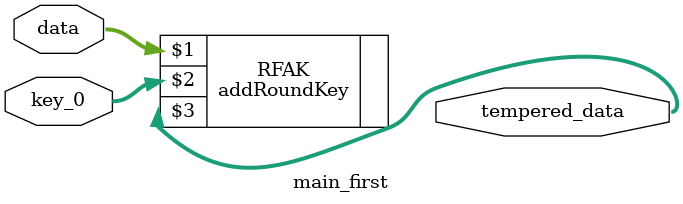
<source format=v>
`timescale 1ns / 1ps
module 
main_first(
data,
tempered_data,
key_0
    );
input  [0:127] data;
output [0:127] tempered_data;
input  [0:127] key_0;

addRoundKey RFAK (data,key_0,tempered_data);
endmodule
</source>
